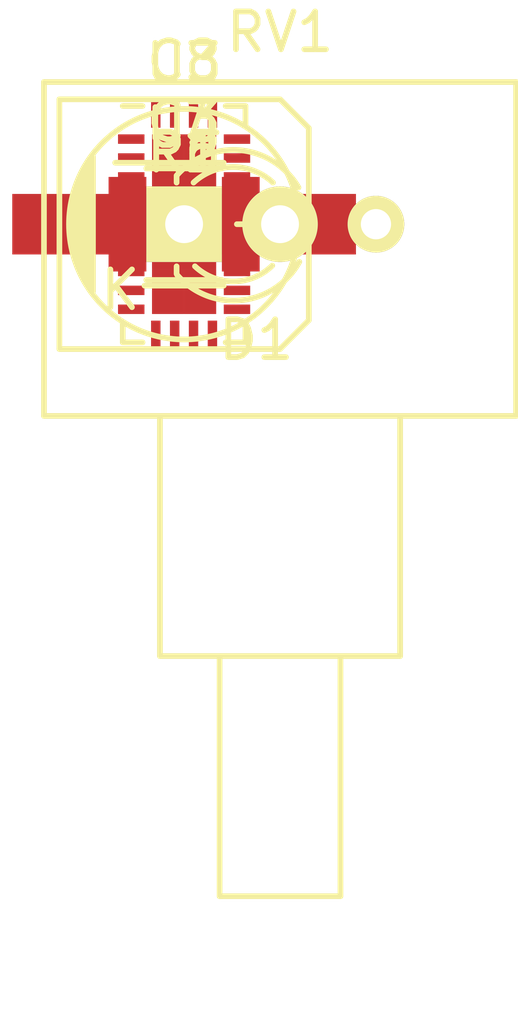
<source format=kicad_pcb>
(kicad_pcb (version 4) (host pcbnew 4.0.0-rc1-stable)

  (general
    (links 30)
    (no_connects 28)
    (area 0 0 0 0)
    (thickness 1.6)
    (drawings 0)
    (tracks 0)
    (zones 0)
    (modules 10)
    (nets 36)
  )

  (page A4)
  (layers
    (0 F.Cu signal)
    (31 B.Cu signal)
    (32 B.Adhes user)
    (33 F.Adhes user)
    (34 B.Paste user)
    (35 F.Paste user)
    (36 B.SilkS user)
    (37 F.SilkS user)
    (38 B.Mask user)
    (39 F.Mask user)
    (40 Dwgs.User user)
    (41 Cmts.User user)
    (42 Eco1.User user)
    (43 Eco2.User user)
    (44 Edge.Cuts user)
    (45 Margin user)
    (46 B.CrtYd user)
    (47 F.CrtYd user)
    (48 B.Fab user)
    (49 F.Fab user)
  )

  (setup
    (last_trace_width 0.25)
    (trace_clearance 0.2)
    (zone_clearance 0.508)
    (zone_45_only no)
    (trace_min 0.2)
    (segment_width 0.2)
    (edge_width 0.1)
    (via_size 0.6)
    (via_drill 0.4)
    (via_min_size 0.4)
    (via_min_drill 0.3)
    (uvia_size 0.3)
    (uvia_drill 0.1)
    (uvias_allowed no)
    (uvia_min_size 0.2)
    (uvia_min_drill 0.1)
    (pcb_text_width 0.3)
    (pcb_text_size 1.5 1.5)
    (mod_edge_width 0.15)
    (mod_text_size 1 1)
    (mod_text_width 0.15)
    (pad_size 1.5 1.5)
    (pad_drill 0.6)
    (pad_to_mask_clearance 0)
    (aux_axis_origin 0 0)
    (visible_elements FFFFFF7F)
    (pcbplotparams
      (layerselection 0x00030_80000001)
      (usegerberextensions false)
      (excludeedgelayer true)
      (linewidth 0.100000)
      (plotframeref false)
      (viasonmask false)
      (mode 1)
      (useauxorigin false)
      (hpglpennumber 1)
      (hpglpenspeed 20)
      (hpglpendiameter 15)
      (hpglpenoverlay 2)
      (psnegative false)
      (psa4output false)
      (plotreference true)
      (plotvalue true)
      (plotinvisibletext false)
      (padsonsilk false)
      (subtractmaskfromsilk false)
      (outputformat 1)
      (mirror false)
      (drillshape 1)
      (scaleselection 1)
      (outputdirectory ""))
  )

  (net 0 "")
  (net 1 VCC)
  (net 2 GND)
  (net 3 "Net-(C8-Pad1)")
  (net 4 "Net-(C8-Pad2)")
  (net 5 "Net-(D1-Pad1)")
  (net 6 "Net-(D1-Pad2)")
  (net 7 "Net-(R1-Pad1)")
  (net 8 "Net-(R1-Pad2)")
  (net 9 "Net-(R2-Pad1)")
  (net 10 "Net-(R2-Pad2)")
  (net 11 "Net-(R5-Pad1)")
  (net 12 "Net-(RV1-Pad2)")
  (net 13 "Net-(RV1-Pad3)")
  (net 14 "Net-(RV1-Pad1)")
  (net 15 INVCC)
  (net 16 "Net-(U3-Pad2)")
  (net 17 "Net-(U3-Pad3)")
  (net 18 "Net-(U3-Pad4)")
  (net 19 "Net-(U3-Pad5)")
  (net 20 "Net-(U3-Pad8)")
  (net 21 "Net-(U3-Pad9)")
  (net 22 "Net-(U3-Pad15)")
  (net 23 "Net-(U3-Pad20)")
  (net 24 "Net-(U3-Pad22)")
  (net 25 "Net-(U3-Pad23)")
  (net 26 "Net-(U3-Pad24)")
  (net 27 "Net-(U4-Pad1)")
  (net 28 "Net-(U4-Pad2)")
  (net 29 "Net-(U4-Pad3)")
  (net 30 "Net-(U4-Pad4)")
  (net 31 "Net-(U4-Pad5)")
  (net 32 "Net-(U4-Pad6)")
  (net 33 "Net-(U4-Pad7)")
  (net 34 "Net-(U4-Pad8)")
  (net 35 "Net-(U4-Pad9)")

  (net_class Default "This is the default net class."
    (clearance 0.2)
    (trace_width 0.25)
    (via_dia 0.6)
    (via_drill 0.4)
    (uvia_dia 0.3)
    (uvia_drill 0.1)
    (add_net GND)
    (add_net INVCC)
    (add_net "Net-(C8-Pad1)")
    (add_net "Net-(C8-Pad2)")
    (add_net "Net-(D1-Pad1)")
    (add_net "Net-(D1-Pad2)")
    (add_net "Net-(R1-Pad1)")
    (add_net "Net-(R1-Pad2)")
    (add_net "Net-(R2-Pad1)")
    (add_net "Net-(R2-Pad2)")
    (add_net "Net-(R5-Pad1)")
    (add_net "Net-(RV1-Pad1)")
    (add_net "Net-(RV1-Pad2)")
    (add_net "Net-(RV1-Pad3)")
    (add_net "Net-(U3-Pad15)")
    (add_net "Net-(U3-Pad2)")
    (add_net "Net-(U3-Pad20)")
    (add_net "Net-(U3-Pad22)")
    (add_net "Net-(U3-Pad23)")
    (add_net "Net-(U3-Pad24)")
    (add_net "Net-(U3-Pad3)")
    (add_net "Net-(U3-Pad4)")
    (add_net "Net-(U3-Pad5)")
    (add_net "Net-(U3-Pad8)")
    (add_net "Net-(U3-Pad9)")
    (add_net "Net-(U4-Pad1)")
    (add_net "Net-(U4-Pad2)")
    (add_net "Net-(U4-Pad3)")
    (add_net "Net-(U4-Pad4)")
    (add_net "Net-(U4-Pad5)")
    (add_net "Net-(U4-Pad6)")
    (add_net "Net-(U4-Pad7)")
    (add_net "Net-(U4-Pad8)")
    (add_net "Net-(U4-Pad9)")
    (add_net VCC)
  )

  (module Capacitors_SMD:C_1210 (layer F.Cu) (tedit 5415D85D) (tstamp 56271F24)
    (at 148.5011 105.0036)
    (descr "Capacitor SMD 1210, reflow soldering, AVX (see smccp.pdf)")
    (tags "capacitor 1210")
    (path /56272CDA)
    (attr smd)
    (fp_text reference C3 (at 0 -2.7) (layer F.SilkS)
      (effects (font (size 1 1) (thickness 0.15)))
    )
    (fp_text value 10uF (at 0 2.7) (layer F.Fab)
      (effects (font (size 1 1) (thickness 0.15)))
    )
    (fp_line (start -2.3 -1.6) (end 2.3 -1.6) (layer F.CrtYd) (width 0.05))
    (fp_line (start -2.3 1.6) (end 2.3 1.6) (layer F.CrtYd) (width 0.05))
    (fp_line (start -2.3 -1.6) (end -2.3 1.6) (layer F.CrtYd) (width 0.05))
    (fp_line (start 2.3 -1.6) (end 2.3 1.6) (layer F.CrtYd) (width 0.05))
    (fp_line (start 1 -1.475) (end -1 -1.475) (layer F.SilkS) (width 0.15))
    (fp_line (start -1 1.475) (end 1 1.475) (layer F.SilkS) (width 0.15))
    (pad 1 smd rect (at -1.5 0) (size 1 2.5) (layers F.Cu F.Paste F.Mask)
      (net 1 VCC))
    (pad 2 smd rect (at 1.5 0) (size 1 2.5) (layers F.Cu F.Paste F.Mask)
      (net 2 GND))
    (model Capacitors_SMD.3dshapes/C_1210.wrl
      (at (xyz 0 0 0))
      (scale (xyz 1 1 1))
      (rotate (xyz 0 0 0))
    )
  )

  (module Capacitors_SMD:c_elec_6.3x7.7 (layer F.Cu) (tedit 556FDD06) (tstamp 56271F2A)
    (at 148.5011 105.0036)
    (descr "SMT capacitor, aluminium electrolytic, 6.3x7.7")
    (path /56272BA6)
    (attr smd)
    (fp_text reference C8 (at 0 -4.318) (layer F.SilkS)
      (effects (font (size 1 1) (thickness 0.15)))
    )
    (fp_text value 22uF (at 0 4.318) (layer F.Fab)
      (effects (font (size 1 1) (thickness 0.15)))
    )
    (fp_line (start -4.85 -3.55) (end 4.85 -3.55) (layer F.CrtYd) (width 0.05))
    (fp_line (start 4.85 -3.55) (end 4.85 3.55) (layer F.CrtYd) (width 0.05))
    (fp_line (start 4.85 3.55) (end -4.85 3.55) (layer F.CrtYd) (width 0.05))
    (fp_line (start -4.85 3.55) (end -4.85 -3.55) (layer F.CrtYd) (width 0.05))
    (fp_line (start -2.921 -0.762) (end -2.921 0.762) (layer F.SilkS) (width 0.15))
    (fp_line (start -2.794 1.143) (end -2.794 -1.143) (layer F.SilkS) (width 0.15))
    (fp_line (start -2.667 -1.397) (end -2.667 1.397) (layer F.SilkS) (width 0.15))
    (fp_line (start -2.54 1.651) (end -2.54 -1.651) (layer F.SilkS) (width 0.15))
    (fp_line (start -2.413 -1.778) (end -2.413 1.778) (layer F.SilkS) (width 0.15))
    (fp_line (start -3.302 -3.302) (end -3.302 3.302) (layer F.SilkS) (width 0.15))
    (fp_line (start -3.302 3.302) (end 2.54 3.302) (layer F.SilkS) (width 0.15))
    (fp_line (start 2.54 3.302) (end 3.302 2.54) (layer F.SilkS) (width 0.15))
    (fp_line (start 3.302 2.54) (end 3.302 -2.54) (layer F.SilkS) (width 0.15))
    (fp_line (start 3.302 -2.54) (end 2.54 -3.302) (layer F.SilkS) (width 0.15))
    (fp_line (start 2.54 -3.302) (end -3.302 -3.302) (layer F.SilkS) (width 0.15))
    (fp_line (start 2.159 0) (end 1.397 0) (layer F.SilkS) (width 0.15))
    (fp_line (start 1.778 -0.381) (end 1.778 0.381) (layer F.SilkS) (width 0.15))
    (fp_circle (center 0 0) (end -3.048 0) (layer F.SilkS) (width 0.15))
    (pad 1 smd rect (at 2.75082 0) (size 3.59918 1.6002) (layers F.Cu F.Paste F.Mask)
      (net 3 "Net-(C8-Pad1)"))
    (pad 2 smd rect (at -2.75082 0) (size 3.59918 1.6002) (layers F.Cu F.Paste F.Mask)
      (net 4 "Net-(C8-Pad2)"))
    (model Capacitors_SMD.3dshapes/c_elec_6.3x7.7.wrl
      (at (xyz 0 0 0))
      (scale (xyz 1 1 1))
      (rotate (xyz 0 0 0))
    )
  )

  (module LEDs:LED-3MM (layer F.Cu) (tedit 559B82F6) (tstamp 56271F30)
    (at 148.5011 105.0036)
    (descr "LED 3mm round vertical")
    (tags "LED  3mm round vertical")
    (path /5626F8EF)
    (fp_text reference D1 (at 1.91 3.06) (layer F.SilkS)
      (effects (font (size 1 1) (thickness 0.15)))
    )
    (fp_text value LED (at 1.3 -2.9) (layer F.Fab)
      (effects (font (size 1 1) (thickness 0.15)))
    )
    (fp_line (start -1.2 2.3) (end 3.8 2.3) (layer F.CrtYd) (width 0.05))
    (fp_line (start 3.8 2.3) (end 3.8 -2.2) (layer F.CrtYd) (width 0.05))
    (fp_line (start 3.8 -2.2) (end -1.2 -2.2) (layer F.CrtYd) (width 0.05))
    (fp_line (start -1.2 -2.2) (end -1.2 2.3) (layer F.CrtYd) (width 0.05))
    (fp_line (start -0.199 1.314) (end -0.199 1.114) (layer F.SilkS) (width 0.15))
    (fp_line (start -0.199 -1.28) (end -0.199 -1.1) (layer F.SilkS) (width 0.15))
    (fp_arc (start 1.301 0.034) (end -0.199 -1.286) (angle 108.5) (layer F.SilkS) (width 0.15))
    (fp_arc (start 1.301 0.034) (end 0.25 -1.1) (angle 85.7) (layer F.SilkS) (width 0.15))
    (fp_arc (start 1.311 0.034) (end 3.051 0.994) (angle 110) (layer F.SilkS) (width 0.15))
    (fp_arc (start 1.301 0.034) (end 2.335 1.094) (angle 87.5) (layer F.SilkS) (width 0.15))
    (fp_text user K (at -1.69 1.74) (layer F.SilkS)
      (effects (font (size 1 1) (thickness 0.15)))
    )
    (pad 1 thru_hole rect (at 0 0 90) (size 2 2) (drill 1.00076) (layers *.Cu *.Mask F.SilkS)
      (net 5 "Net-(D1-Pad1)"))
    (pad 2 thru_hole circle (at 2.54 0) (size 2 2) (drill 1.00076) (layers *.Cu *.Mask F.SilkS)
      (net 6 "Net-(D1-Pad2)"))
    (model LEDs.3dshapes/LED-3MM.wrl
      (at (xyz 0.05 0 0))
      (scale (xyz 1 1 1))
      (rotate (xyz 0 0 90))
    )
  )

  (module Resistors_SMD:R_0603 (layer F.Cu) (tedit 5415CC62) (tstamp 56271F36)
    (at 148.5011 105.0036)
    (descr "Resistor SMD 0603, reflow soldering, Vishay (see dcrcw.pdf)")
    (tags "resistor 0603")
    (path /56271E86)
    (attr smd)
    (fp_text reference R1 (at 0 -1.9) (layer F.SilkS)
      (effects (font (size 1 1) (thickness 0.15)))
    )
    (fp_text value R_Small (at 0 1.9) (layer F.Fab)
      (effects (font (size 1 1) (thickness 0.15)))
    )
    (fp_line (start -1.3 -0.8) (end 1.3 -0.8) (layer F.CrtYd) (width 0.05))
    (fp_line (start -1.3 0.8) (end 1.3 0.8) (layer F.CrtYd) (width 0.05))
    (fp_line (start -1.3 -0.8) (end -1.3 0.8) (layer F.CrtYd) (width 0.05))
    (fp_line (start 1.3 -0.8) (end 1.3 0.8) (layer F.CrtYd) (width 0.05))
    (fp_line (start 0.5 0.675) (end -0.5 0.675) (layer F.SilkS) (width 0.15))
    (fp_line (start -0.5 -0.675) (end 0.5 -0.675) (layer F.SilkS) (width 0.15))
    (pad 1 smd rect (at -0.75 0) (size 0.5 0.9) (layers F.Cu F.Paste F.Mask)
      (net 7 "Net-(R1-Pad1)"))
    (pad 2 smd rect (at 0.75 0) (size 0.5 0.9) (layers F.Cu F.Paste F.Mask)
      (net 8 "Net-(R1-Pad2)"))
    (model Resistors_SMD.3dshapes/R_0603.wrl
      (at (xyz 0 0 0))
      (scale (xyz 1 1 1))
      (rotate (xyz 0 0 0))
    )
  )

  (module Resistors_SMD:R_0603 (layer F.Cu) (tedit 5415CC62) (tstamp 56271F3C)
    (at 148.5011 105.0036)
    (descr "Resistor SMD 0603, reflow soldering, Vishay (see dcrcw.pdf)")
    (tags "resistor 0603")
    (path /56271BE6)
    (attr smd)
    (fp_text reference R2 (at 0 -1.9) (layer F.SilkS)
      (effects (font (size 1 1) (thickness 0.15)))
    )
    (fp_text value R_Small (at 0 1.9) (layer F.Fab)
      (effects (font (size 1 1) (thickness 0.15)))
    )
    (fp_line (start -1.3 -0.8) (end 1.3 -0.8) (layer F.CrtYd) (width 0.05))
    (fp_line (start -1.3 0.8) (end 1.3 0.8) (layer F.CrtYd) (width 0.05))
    (fp_line (start -1.3 -0.8) (end -1.3 0.8) (layer F.CrtYd) (width 0.05))
    (fp_line (start 1.3 -0.8) (end 1.3 0.8) (layer F.CrtYd) (width 0.05))
    (fp_line (start 0.5 0.675) (end -0.5 0.675) (layer F.SilkS) (width 0.15))
    (fp_line (start -0.5 -0.675) (end 0.5 -0.675) (layer F.SilkS) (width 0.15))
    (pad 1 smd rect (at -0.75 0) (size 0.5 0.9) (layers F.Cu F.Paste F.Mask)
      (net 9 "Net-(R2-Pad1)"))
    (pad 2 smd rect (at 0.75 0) (size 0.5 0.9) (layers F.Cu F.Paste F.Mask)
      (net 10 "Net-(R2-Pad2)"))
    (model Resistors_SMD.3dshapes/R_0603.wrl
      (at (xyz 0 0 0))
      (scale (xyz 1 1 1))
      (rotate (xyz 0 0 0))
    )
  )

  (module Resistors_SMD:R_0603 (layer F.Cu) (tedit 5415CC62) (tstamp 56271F42)
    (at 148.5011 105.0036)
    (descr "Resistor SMD 0603, reflow soldering, Vishay (see dcrcw.pdf)")
    (tags "resistor 0603")
    (path /5627258B)
    (attr smd)
    (fp_text reference R5 (at 0 -1.9) (layer F.SilkS)
      (effects (font (size 1 1) (thickness 0.15)))
    )
    (fp_text value 499k (at 0 1.9) (layer F.Fab)
      (effects (font (size 1 1) (thickness 0.15)))
    )
    (fp_line (start -1.3 -0.8) (end 1.3 -0.8) (layer F.CrtYd) (width 0.05))
    (fp_line (start -1.3 0.8) (end 1.3 0.8) (layer F.CrtYd) (width 0.05))
    (fp_line (start -1.3 -0.8) (end -1.3 0.8) (layer F.CrtYd) (width 0.05))
    (fp_line (start 1.3 -0.8) (end 1.3 0.8) (layer F.CrtYd) (width 0.05))
    (fp_line (start 0.5 0.675) (end -0.5 0.675) (layer F.SilkS) (width 0.15))
    (fp_line (start -0.5 -0.675) (end 0.5 -0.675) (layer F.SilkS) (width 0.15))
    (pad 1 smd rect (at -0.75 0) (size 0.5 0.9) (layers F.Cu F.Paste F.Mask)
      (net 11 "Net-(R5-Pad1)"))
    (pad 2 smd rect (at 0.75 0) (size 0.5 0.9) (layers F.Cu F.Paste F.Mask)
      (net 1 VCC))
    (model Resistors_SMD.3dshapes/R_0603.wrl
      (at (xyz 0 0 0))
      (scale (xyz 1 1 1))
      (rotate (xyz 0 0 0))
    )
  )

  (module Resistors_SMD:R_0603 (layer F.Cu) (tedit 5415CC62) (tstamp 56271F48)
    (at 148.5011 105.0036)
    (descr "Resistor SMD 0603, reflow soldering, Vishay (see dcrcw.pdf)")
    (tags "resistor 0603")
    (path /562725D5)
    (attr smd)
    (fp_text reference R6 (at 0 -1.9) (layer F.SilkS)
      (effects (font (size 1 1) (thickness 0.15)))
    )
    (fp_text value 54.9k (at 0 1.9) (layer F.Fab)
      (effects (font (size 1 1) (thickness 0.15)))
    )
    (fp_line (start -1.3 -0.8) (end 1.3 -0.8) (layer F.CrtYd) (width 0.05))
    (fp_line (start -1.3 0.8) (end 1.3 0.8) (layer F.CrtYd) (width 0.05))
    (fp_line (start -1.3 -0.8) (end -1.3 0.8) (layer F.CrtYd) (width 0.05))
    (fp_line (start 1.3 -0.8) (end 1.3 0.8) (layer F.CrtYd) (width 0.05))
    (fp_line (start 0.5 0.675) (end -0.5 0.675) (layer F.SilkS) (width 0.15))
    (fp_line (start -0.5 -0.675) (end 0.5 -0.675) (layer F.SilkS) (width 0.15))
    (pad 1 smd rect (at -0.75 0) (size 0.5 0.9) (layers F.Cu F.Paste F.Mask)
      (net 2 GND))
    (pad 2 smd rect (at 0.75 0) (size 0.5 0.9) (layers F.Cu F.Paste F.Mask)
      (net 11 "Net-(R5-Pad1)"))
    (model Resistors_SMD.3dshapes/R_0603.wrl
      (at (xyz 0 0 0))
      (scale (xyz 1 1 1))
      (rotate (xyz 0 0 0))
    )
  )

  (module Potentiometers:Potentiometer_Spectrol-Type148-Type149_Single (layer F.Cu) (tedit 5446FD75) (tstamp 56271F4F)
    (at 148.5011 105.0036)
    (descr "Potentiometer,  Spectro,l Type 149, Type 148, single, Rev A, 02 Aug 2010,")
    (tags "Potentiometer, Spectrol, Type 149, Type 148,  single, Rev A, 02 Aug 2010,")
    (path /56273058)
    (fp_text reference RV1 (at 2.54 -5.08) (layer F.SilkS)
      (effects (font (size 1 1) (thickness 0.15)))
    )
    (fp_text value POT (at 3.81 20.32) (layer F.Fab)
      (effects (font (size 1 1) (thickness 0.15)))
    )
    (fp_line (start 4.1402 11.41984) (end 4.1402 17.76984) (layer F.SilkS) (width 0.15))
    (fp_line (start 4.1402 17.76984) (end 0.9398 17.76984) (layer F.SilkS) (width 0.15))
    (fp_line (start 0.9398 17.76984) (end 0.9398 11.41984) (layer F.SilkS) (width 0.15))
    (fp_line (start -0.64008 11.41984) (end 5.72008 11.41984) (layer F.SilkS) (width 0.15))
    (fp_line (start 5.72008 5.06984) (end 5.72008 11.41984) (layer F.SilkS) (width 0.15))
    (fp_line (start -0.64008 11.41984) (end -0.64008 5.06984) (layer F.SilkS) (width 0.15))
    (fp_line (start 8.79094 5.06984) (end -3.71094 5.06984) (layer F.SilkS) (width 0.15))
    (fp_line (start -3.71094 5.06984) (end -3.71094 -3.7592) (layer F.SilkS) (width 0.15))
    (fp_line (start -3.71094 -3.7592) (end 8.79094 -3.7592) (layer F.SilkS) (width 0.15))
    (fp_line (start 8.79094 -3.7592) (end 8.79094 5.06984) (layer F.SilkS) (width 0.15))
    (pad 2 thru_hole circle (at 2.54 0) (size 1.50114 1.50114) (drill 0.8001) (layers *.Cu *.Mask F.SilkS)
      (net 12 "Net-(RV1-Pad2)"))
    (pad 3 thru_hole circle (at 5.08 0) (size 1.50114 1.50114) (drill 0.8001) (layers *.Cu *.Mask F.SilkS)
      (net 13 "Net-(RV1-Pad3)"))
    (pad 1 thru_hole circle (at 0 0) (size 1.50114 1.50114) (drill 0.8001) (layers *.Cu *.Mask F.SilkS)
      (net 14 "Net-(RV1-Pad1)"))
  )

  (module Housings_DFN_QFN:QFN-28-1EP_3x6mm_Pitch0.5mm (layer F.Cu) (tedit 54130A77) (tstamp 56271F77)
    (at 148.5011 105.0036)
    (descr "UDE Package; 28-Lead Plastic QFN (3mm x 6mm); (see Linear Technology 05081926_0_UDE28.pdf)")
    (tags "QFN 0.5")
    (path /56227B97)
    (attr smd)
    (fp_text reference U3 (at 0 -4.25) (layer F.SilkS)
      (effects (font (size 1 1) (thickness 0.15)))
    )
    (fp_text value LT8612 (at 0 4.25) (layer F.Fab)
      (effects (font (size 1 1) (thickness 0.15)))
    )
    (fp_line (start -2 -3.5) (end -2 3.5) (layer F.CrtYd) (width 0.05))
    (fp_line (start 2 -3.5) (end 2 3.5) (layer F.CrtYd) (width 0.05))
    (fp_line (start -2 -3.5) (end 2 -3.5) (layer F.CrtYd) (width 0.05))
    (fp_line (start -2 3.5) (end 2 3.5) (layer F.CrtYd) (width 0.05))
    (fp_line (start 1.625 -3.125) (end 1.625 -2.6) (layer F.SilkS) (width 0.15))
    (fp_line (start -1.625 3.125) (end -1.625 2.6) (layer F.SilkS) (width 0.15))
    (fp_line (start 1.625 3.125) (end 1.625 2.6) (layer F.SilkS) (width 0.15))
    (fp_line (start -1.625 -3.125) (end -1.1 -3.125) (layer F.SilkS) (width 0.15))
    (fp_line (start -1.625 3.125) (end -1.1 3.125) (layer F.SilkS) (width 0.15))
    (fp_line (start 1.625 3.125) (end 1.1 3.125) (layer F.SilkS) (width 0.15))
    (fp_line (start 1.625 -3.125) (end 1.1 -3.125) (layer F.SilkS) (width 0.15))
    (pad 1 smd rect (at -1.4 -2.25) (size 0.7 0.25) (layers F.Cu F.Paste F.Mask)
      (net 15 INVCC))
    (pad 2 smd rect (at -1.4 -1.75) (size 0.7 0.25) (layers F.Cu F.Paste F.Mask)
      (net 16 "Net-(U3-Pad2)"))
    (pad 3 smd rect (at -1.4 -1.25) (size 0.7 0.25) (layers F.Cu F.Paste F.Mask)
      (net 17 "Net-(U3-Pad3)"))
    (pad 4 smd rect (at -1.4 -0.75) (size 0.7 0.25) (layers F.Cu F.Paste F.Mask)
      (net 18 "Net-(U3-Pad4)"))
    (pad 5 smd rect (at -1.4 -0.25) (size 0.7 0.25) (layers F.Cu F.Paste F.Mask)
      (net 19 "Net-(U3-Pad5)"))
    (pad 6 smd rect (at -1.4 0.25) (size 0.7 0.25) (layers F.Cu F.Paste F.Mask)
      (net 19 "Net-(U3-Pad5)"))
    (pad 7 smd rect (at -1.4 0.75) (size 0.7 0.25) (layers F.Cu F.Paste F.Mask)
      (net 19 "Net-(U3-Pad5)"))
    (pad 8 smd rect (at -1.4 1.25) (size 0.7 0.25) (layers F.Cu F.Paste F.Mask)
      (net 20 "Net-(U3-Pad8)"))
    (pad 9 smd rect (at -1.4 1.75) (size 0.7 0.25) (layers F.Cu F.Paste F.Mask)
      (net 21 "Net-(U3-Pad9)"))
    (pad 10 smd rect (at -1.4 2.25) (size 0.7 0.25) (layers F.Cu F.Paste F.Mask)
      (net 2 GND))
    (pad 11 smd rect (at -0.75 2.9 90) (size 0.7 0.25) (layers F.Cu F.Paste F.Mask)
      (net 2 GND))
    (pad 12 smd rect (at -0.25 2.9 90) (size 0.7 0.25) (layers F.Cu F.Paste F.Mask)
      (net 2 GND))
    (pad 13 smd rect (at 0.25 2.9 90) (size 0.7 0.25) (layers F.Cu F.Paste F.Mask)
      (net 2 GND))
    (pad 14 smd rect (at 0.75 2.9 90) (size 0.7 0.25) (layers F.Cu F.Paste F.Mask)
      (net 2 GND))
    (pad 15 smd rect (at 1.4 2.25) (size 0.7 0.25) (layers F.Cu F.Paste F.Mask)
      (net 22 "Net-(U3-Pad15)"))
    (pad 16 smd rect (at 1.4 1.75) (size 0.7 0.25) (layers F.Cu F.Paste F.Mask)
      (net 22 "Net-(U3-Pad15)"))
    (pad 17 smd rect (at 1.4 1.25) (size 0.7 0.25) (layers F.Cu F.Paste F.Mask)
      (net 22 "Net-(U3-Pad15)"))
    (pad 18 smd rect (at 1.4 0.75) (size 0.7 0.25) (layers F.Cu F.Paste F.Mask)
      (net 22 "Net-(U3-Pad15)"))
    (pad 19 smd rect (at 1.4 0.25) (size 0.7 0.25) (layers F.Cu F.Paste F.Mask)
      (net 22 "Net-(U3-Pad15)"))
    (pad 20 smd rect (at 1.4 -0.25) (size 0.7 0.25) (layers F.Cu F.Paste F.Mask)
      (net 23 "Net-(U3-Pad20)"))
    (pad 21 smd rect (at 1.4 -0.75) (size 0.7 0.25) (layers F.Cu F.Paste F.Mask)
      (net 15 INVCC))
    (pad 22 smd rect (at 1.4 -1.25) (size 0.7 0.25) (layers F.Cu F.Paste F.Mask)
      (net 24 "Net-(U3-Pad22)"))
    (pad 23 smd rect (at 1.4 -1.75) (size 0.7 0.25) (layers F.Cu F.Paste F.Mask)
      (net 25 "Net-(U3-Pad23)"))
    (pad 24 smd rect (at 1.4 -2.25) (size 0.7 0.25) (layers F.Cu F.Paste F.Mask)
      (net 26 "Net-(U3-Pad24)"))
    (pad 25 smd rect (at 0.75 -2.9 90) (size 0.7 0.25) (layers F.Cu F.Paste F.Mask)
      (net 2 GND))
    (pad 26 smd rect (at 0.25 -2.9 90) (size 0.7 0.25) (layers F.Cu F.Paste F.Mask)
      (net 2 GND))
    (pad 27 smd rect (at -0.25 -2.9 90) (size 0.7 0.25) (layers F.Cu F.Paste F.Mask)
      (net 2 GND))
    (pad 28 smd rect (at -0.75 -2.9 90) (size 0.7 0.25) (layers F.Cu F.Paste F.Mask)
      (net 2 GND))
    (pad 29 smd rect (at 0.425 1.78125) (size 0.85 1.1875) (layers F.Cu F.Paste F.Mask)
      (net 2 GND) (solder_paste_margin_ratio -0.2))
    (pad 29 smd rect (at 0.425 0.59375) (size 0.85 1.1875) (layers F.Cu F.Paste F.Mask)
      (net 2 GND) (solder_paste_margin_ratio -0.2))
    (pad 29 smd rect (at 0.425 -0.59375) (size 0.85 1.1875) (layers F.Cu F.Paste F.Mask)
      (net 2 GND) (solder_paste_margin_ratio -0.2))
    (pad 29 smd rect (at 0.425 -1.78125) (size 0.85 1.1875) (layers F.Cu F.Paste F.Mask)
      (net 2 GND) (solder_paste_margin_ratio -0.2))
    (pad 29 smd rect (at -0.425 1.78125) (size 0.85 1.1875) (layers F.Cu F.Paste F.Mask)
      (net 2 GND) (solder_paste_margin_ratio -0.2))
    (pad 29 smd rect (at -0.425 0.59375) (size 0.85 1.1875) (layers F.Cu F.Paste F.Mask)
      (net 2 GND) (solder_paste_margin_ratio -0.2))
    (pad 29 smd rect (at -0.425 -0.59375) (size 0.85 1.1875) (layers F.Cu F.Paste F.Mask)
      (net 2 GND) (solder_paste_margin_ratio -0.2))
    (pad 29 smd rect (at -0.425 -1.78125) (size 0.85 1.1875) (layers F.Cu F.Paste F.Mask)
      (net 2 GND) (solder_paste_margin_ratio -0.2))
    (model Housings_DFN_QFN.3dshapes/QFN-28-1EP_3x6mm_Pitch0.5mm.wrl
      (at (xyz 0 0 0))
      (scale (xyz 1 1 1))
      (rotate (xyz 0 0 0))
    )
  )

  (module Housings_DFN_QFN:DFN-8-1EP_3x3mm_Pitch0.5mm (layer F.Cu) (tedit 54130A77) (tstamp 56271F87)
    (at 148.5011 105.0036)
    (descr "DD Package; 8-Lead Plastic DFN (3mm x 3mm) (see Linear Technology DFN_8_05-08-1698.pdf)")
    (tags "DFN 0.5")
    (path /5627343A)
    (attr smd)
    (fp_text reference U4 (at 0 -2.55) (layer F.SilkS)
      (effects (font (size 1 1) (thickness 0.15)))
    )
    (fp_text value LT3092 (at 0 2.55) (layer F.Fab)
      (effects (font (size 1 1) (thickness 0.15)))
    )
    (fp_line (start -2 -1.8) (end -2 1.8) (layer F.CrtYd) (width 0.05))
    (fp_line (start 2 -1.8) (end 2 1.8) (layer F.CrtYd) (width 0.05))
    (fp_line (start -2 -1.8) (end 2 -1.8) (layer F.CrtYd) (width 0.05))
    (fp_line (start -2 1.8) (end 2 1.8) (layer F.CrtYd) (width 0.05))
    (fp_line (start -1.05 1.625) (end 1.05 1.625) (layer F.SilkS) (width 0.15))
    (fp_line (start -1.825 -1.625) (end 1.05 -1.625) (layer F.SilkS) (width 0.15))
    (pad 1 smd rect (at -1.4 -0.75) (size 0.7 0.25) (layers F.Cu F.Paste F.Mask)
      (net 27 "Net-(U4-Pad1)"))
    (pad 2 smd rect (at -1.4 -0.25) (size 0.7 0.25) (layers F.Cu F.Paste F.Mask)
      (net 28 "Net-(U4-Pad2)"))
    (pad 3 smd rect (at -1.4 0.25) (size 0.7 0.25) (layers F.Cu F.Paste F.Mask)
      (net 29 "Net-(U4-Pad3)"))
    (pad 4 smd rect (at -1.4 0.75) (size 0.7 0.25) (layers F.Cu F.Paste F.Mask)
      (net 30 "Net-(U4-Pad4)"))
    (pad 5 smd rect (at 1.4 0.75) (size 0.7 0.25) (layers F.Cu F.Paste F.Mask)
      (net 31 "Net-(U4-Pad5)"))
    (pad 6 smd rect (at 1.4 0.25) (size 0.7 0.25) (layers F.Cu F.Paste F.Mask)
      (net 32 "Net-(U4-Pad6)"))
    (pad 7 smd rect (at 1.4 -0.25) (size 0.7 0.25) (layers F.Cu F.Paste F.Mask)
      (net 33 "Net-(U4-Pad7)"))
    (pad 8 smd rect (at 1.4 -0.75) (size 0.7 0.25) (layers F.Cu F.Paste F.Mask)
      (net 34 "Net-(U4-Pad8)"))
    (pad 9 smd rect (at 0.415 0.595) (size 0.83 1.19) (layers F.Cu F.Paste F.Mask)
      (net 35 "Net-(U4-Pad9)") (solder_paste_margin_ratio -0.2))
    (pad 9 smd rect (at 0.415 -0.595) (size 0.83 1.19) (layers F.Cu F.Paste F.Mask)
      (net 35 "Net-(U4-Pad9)") (solder_paste_margin_ratio -0.2))
    (pad 9 smd rect (at -0.415 0.595) (size 0.83 1.19) (layers F.Cu F.Paste F.Mask)
      (net 35 "Net-(U4-Pad9)") (solder_paste_margin_ratio -0.2))
    (pad 9 smd rect (at -0.415 -0.595) (size 0.83 1.19) (layers F.Cu F.Paste F.Mask)
      (net 35 "Net-(U4-Pad9)") (solder_paste_margin_ratio -0.2))
    (model Housings_DFN_QFN.3dshapes/DFN-8-1EP_3x3mm_Pitch0.5mm.wrl
      (at (xyz 0 0 0))
      (scale (xyz 1 1 1))
      (rotate (xyz 0 0 0))
    )
  )

)

</source>
